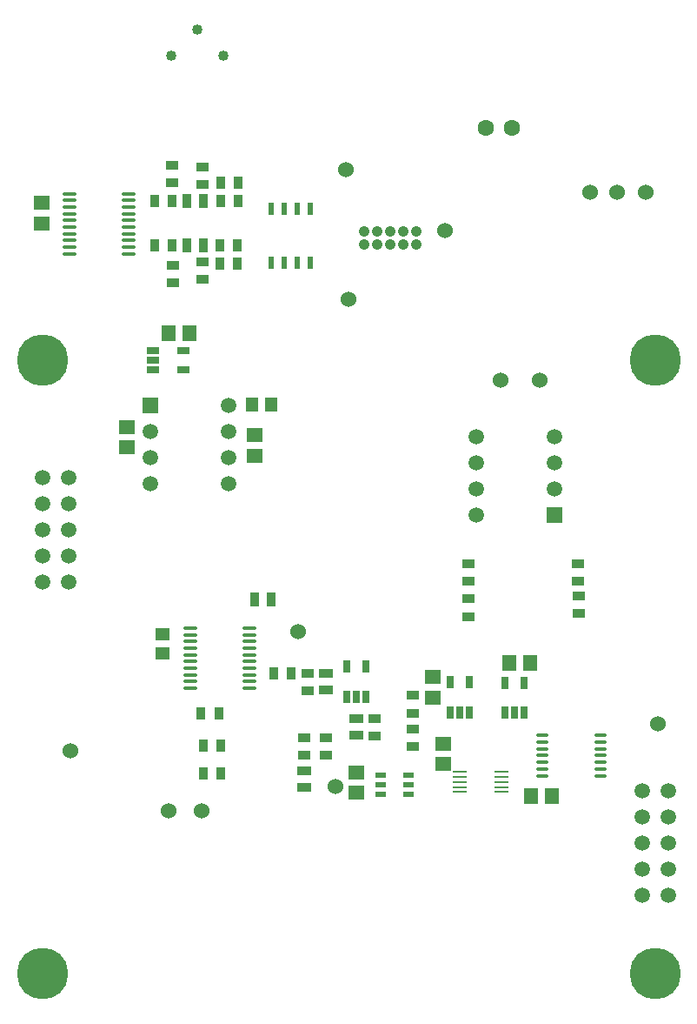
<source format=gbr>
%TF.GenerationSoftware,Altium Limited,Altium Designer,18.0.9 (584)*%
G04 Layer_Color=255*
%FSLAX26Y26*%
%MOIN*%
%TF.FileFunction,Pads,Top*%
%TF.Part,Single*%
G01*
G75*
%TA.AperFunction,SMDPad,CuDef*%
%ADD10R,0.061024X0.053150*%
%ADD11R,0.053150X0.061024*%
%ADD12R,0.051181X0.033465*%
%ADD13O,0.055118X0.013780*%
%ADD14R,0.057087X0.045276*%
%ADD15R,0.039370X0.023622*%
%ADD16R,0.037402X0.053150*%
G04:AMPARAMS|DCode=17|XSize=25.591mil|YSize=47.244mil|CornerRadius=1.919mil|HoleSize=0mil|Usage=FLASHONLY|Rotation=180.000|XOffset=0mil|YOffset=0mil|HoleType=Round|Shape=RoundedRectangle|*
%AMROUNDEDRECTD17*
21,1,0.025591,0.043406,0,0,180.0*
21,1,0.021752,0.047244,0,0,180.0*
1,1,0.003839,-0.010876,0.021703*
1,1,0.003839,0.010876,0.021703*
1,1,0.003839,0.010876,-0.021703*
1,1,0.003839,-0.010876,-0.021703*
%
%ADD17ROUNDEDRECTD17*%
G04:AMPARAMS|DCode=18|XSize=21.654mil|YSize=49.213mil|CornerRadius=1.949mil|HoleSize=0mil|Usage=FLASHONLY|Rotation=0.000|XOffset=0mil|YOffset=0mil|HoleType=Round|Shape=RoundedRectangle|*
%AMROUNDEDRECTD18*
21,1,0.021654,0.045315,0,0,0.0*
21,1,0.017756,0.049213,0,0,0.0*
1,1,0.003898,0.008878,-0.022657*
1,1,0.003898,-0.008878,-0.022657*
1,1,0.003898,-0.008878,0.022657*
1,1,0.003898,0.008878,0.022657*
%
%ADD18ROUNDEDRECTD18*%
%ADD19O,0.049213X0.013780*%
%ADD20O,0.057087X0.009842*%
G04:AMPARAMS|DCode=21|XSize=25.591mil|YSize=47.244mil|CornerRadius=1.919mil|HoleSize=0mil|Usage=FLASHONLY|Rotation=90.000|XOffset=0mil|YOffset=0mil|HoleType=Round|Shape=RoundedRectangle|*
%AMROUNDEDRECTD21*
21,1,0.025591,0.043406,0,0,90.0*
21,1,0.021752,0.047244,0,0,90.0*
1,1,0.003839,0.021703,0.010876*
1,1,0.003839,0.021703,-0.010876*
1,1,0.003839,-0.021703,-0.010876*
1,1,0.003839,-0.021703,0.010876*
%
%ADD21ROUNDEDRECTD21*%
%ADD22R,0.033465X0.051181*%
%ADD23R,0.053150X0.037402*%
%ADD24R,0.045276X0.057087*%
%TA.AperFunction,ComponentPad*%
%ADD27C,0.060000*%
%ADD28C,0.059055*%
%ADD29C,0.062992*%
%ADD30C,0.040000*%
%ADD31R,0.059055X0.059055*%
%TA.AperFunction,ViaPad*%
%ADD32C,0.196850*%
%TA.AperFunction,ComponentPad*%
%ADD33C,0.042000*%
D10*
X1647386Y1209197D02*
D03*
Y1287937D02*
D03*
X1687110Y1032480D02*
D03*
Y953740D02*
D03*
X1355110Y922480D02*
D03*
Y843740D02*
D03*
X473110Y2167740D02*
D03*
Y2246480D02*
D03*
X963110Y2214480D02*
D03*
Y2135740D02*
D03*
X147110Y3105276D02*
D03*
Y3026535D02*
D03*
D11*
X2104480Y833110D02*
D03*
X2025740D02*
D03*
X2019733Y1340110D02*
D03*
X1940992D02*
D03*
X634740Y2606110D02*
D03*
X713480D02*
D03*
D12*
X1571110Y1216575D02*
D03*
Y1149646D02*
D03*
X1783110Y1519646D02*
D03*
Y1586575D02*
D03*
X2208110Y1531646D02*
D03*
Y1598575D02*
D03*
X2205110Y1653646D02*
D03*
Y1720575D02*
D03*
X1783110Y1653646D02*
D03*
Y1720575D02*
D03*
X1570362Y1089109D02*
D03*
Y1022180D02*
D03*
X648110Y3182646D02*
D03*
Y3249575D02*
D03*
X651110Y2798646D02*
D03*
Y2865575D02*
D03*
X764110Y2877575D02*
D03*
Y2810646D02*
D03*
X766110Y3174646D02*
D03*
Y3241575D02*
D03*
X1168110Y1302575D02*
D03*
Y1235646D02*
D03*
X1155110Y1054575D02*
D03*
Y987646D02*
D03*
X1237110Y1054575D02*
D03*
Y987646D02*
D03*
X1425110Y1128575D02*
D03*
Y1061646D02*
D03*
D13*
X716922Y1475268D02*
D03*
Y1449678D02*
D03*
Y1424086D02*
D03*
Y1398496D02*
D03*
Y1372906D02*
D03*
Y1347314D02*
D03*
Y1321724D02*
D03*
Y1296134D02*
D03*
Y1270544D02*
D03*
Y1244952D02*
D03*
X943300Y1475268D02*
D03*
Y1449678D02*
D03*
Y1424086D02*
D03*
Y1398496D02*
D03*
Y1372906D02*
D03*
Y1347314D02*
D03*
Y1321724D02*
D03*
Y1296134D02*
D03*
Y1270544D02*
D03*
Y1244952D02*
D03*
X255944Y3139724D02*
D03*
Y3114134D02*
D03*
Y3088544D02*
D03*
Y3062952D02*
D03*
Y3037362D02*
D03*
Y3011772D02*
D03*
Y2986182D02*
D03*
Y2960590D02*
D03*
Y2935000D02*
D03*
Y2909410D02*
D03*
X482322Y3139724D02*
D03*
Y3114134D02*
D03*
Y3088544D02*
D03*
Y3062952D02*
D03*
Y3037362D02*
D03*
Y3011772D02*
D03*
Y2986182D02*
D03*
Y2960590D02*
D03*
Y2935000D02*
D03*
Y2909410D02*
D03*
D14*
X610110Y1379678D02*
D03*
Y1450544D02*
D03*
D15*
X1447574Y912796D02*
D03*
Y875394D02*
D03*
Y837992D02*
D03*
X1555842D02*
D03*
Y875394D02*
D03*
Y912796D02*
D03*
D16*
X703614Y3110111D02*
D03*
X766606D02*
D03*
X704614Y2941111D02*
D03*
X767606D02*
D03*
X965614Y1585110D02*
D03*
X1028606D02*
D03*
D17*
X1317984Y1212496D02*
D03*
X1355386D02*
D03*
X1392788D02*
D03*
Y1328638D02*
D03*
X1317984D02*
D03*
X1924386Y1149932D02*
D03*
X1961788D02*
D03*
X1999188D02*
D03*
Y1266074D02*
D03*
X1924386D02*
D03*
X1714216Y1151496D02*
D03*
X1751618D02*
D03*
X1789018D02*
D03*
Y1267638D02*
D03*
X1714216D02*
D03*
D18*
X1179134Y3082914D02*
D03*
X1129134D02*
D03*
X1079134D02*
D03*
X1029134D02*
D03*
X1179134Y2876220D02*
D03*
X1129134D02*
D03*
X1079134D02*
D03*
X1029134D02*
D03*
D19*
X2069622Y1063386D02*
D03*
Y1037796D02*
D03*
Y1012204D02*
D03*
Y986614D02*
D03*
Y961024D02*
D03*
Y935434D02*
D03*
Y909842D02*
D03*
X2292062Y1063386D02*
D03*
Y1037796D02*
D03*
Y1012204D02*
D03*
Y986614D02*
D03*
Y961024D02*
D03*
Y935434D02*
D03*
Y909842D02*
D03*
D20*
X1910292Y846772D02*
D03*
Y866456D02*
D03*
Y886142D02*
D03*
Y905826D02*
D03*
Y925512D02*
D03*
X1750842Y846772D02*
D03*
Y866456D02*
D03*
Y886142D02*
D03*
Y905826D02*
D03*
Y925512D02*
D03*
D21*
X574040Y2539512D02*
D03*
Y2502110D02*
D03*
Y2464708D02*
D03*
X690182D02*
D03*
Y2539512D02*
D03*
D22*
X835646Y3110110D02*
D03*
X902575D02*
D03*
X834646Y3181110D02*
D03*
X901575D02*
D03*
X832646Y2871110D02*
D03*
X899575D02*
D03*
X647575Y2941095D02*
D03*
X580646D02*
D03*
X832646D02*
D03*
X899575D02*
D03*
X581646Y3110110D02*
D03*
X648575D02*
D03*
X1038646Y1301110D02*
D03*
X1105575D02*
D03*
X826575Y1148110D02*
D03*
X759646D02*
D03*
X833575Y917110D02*
D03*
X766646D02*
D03*
X833575Y1024110D02*
D03*
X766646D02*
D03*
D23*
X1238110Y1237614D02*
D03*
Y1300606D02*
D03*
X1356110Y1063614D02*
D03*
Y1126606D02*
D03*
X1156110Y927606D02*
D03*
Y864614D02*
D03*
D24*
X1026543Y2331110D02*
D03*
X955677D02*
D03*
D27*
X634913Y774110D02*
D03*
X2058338Y2423260D02*
D03*
X1908732D02*
D03*
X1315110Y3231110D02*
D03*
X1323110Y2735110D02*
D03*
X2466110Y3145110D02*
D03*
X2355110Y3145110D02*
D03*
X2250110Y3143810D02*
D03*
X1694110Y2997110D02*
D03*
X1132110Y1463110D02*
D03*
X760110Y774110D02*
D03*
X257759Y1005858D02*
D03*
X1275110Y868110D02*
D03*
X2511110Y1107110D02*
D03*
D28*
X150110Y2050110D02*
D03*
Y1950110D02*
D03*
Y1850110D02*
D03*
Y1750110D02*
D03*
Y1650110D02*
D03*
X250110Y2050110D02*
D03*
Y1950110D02*
D03*
Y1850110D02*
D03*
Y1750110D02*
D03*
Y1650110D02*
D03*
X1814134Y2209568D02*
D03*
Y2109568D02*
D03*
Y2009568D02*
D03*
Y1909568D02*
D03*
X2114134Y2209568D02*
D03*
Y2109568D02*
D03*
Y2009568D02*
D03*
X2450110Y850110D02*
D03*
Y750110D02*
D03*
Y650110D02*
D03*
Y550110D02*
D03*
Y450110D02*
D03*
X2550110Y850110D02*
D03*
Y750110D02*
D03*
Y650110D02*
D03*
Y550110D02*
D03*
Y450110D02*
D03*
X866110Y2027110D02*
D03*
Y2127110D02*
D03*
Y2227110D02*
D03*
Y2327110D02*
D03*
X566110Y2027110D02*
D03*
Y2127110D02*
D03*
Y2227110D02*
D03*
D29*
X1952110Y3390110D02*
D03*
X1852110D02*
D03*
D30*
X644110Y3669110D02*
D03*
X844110D02*
D03*
X744110Y3769110D02*
D03*
D31*
X2114134Y1909568D02*
D03*
X566110Y2327110D02*
D03*
D32*
X150110Y150110D02*
D03*
X2500110D02*
D03*
X150110Y2500110D02*
D03*
X2500110D02*
D03*
D33*
X1585110Y2995112D02*
D03*
Y2945112D02*
D03*
X1535110Y2995112D02*
D03*
Y2945112D02*
D03*
X1485110Y2995112D02*
D03*
Y2945112D02*
D03*
X1435110Y2995112D02*
D03*
Y2945112D02*
D03*
X1385110Y2995112D02*
D03*
Y2945112D02*
D03*
%TF.MD5,d5b28750b936171350cc87be6830ce68*%
M02*

</source>
